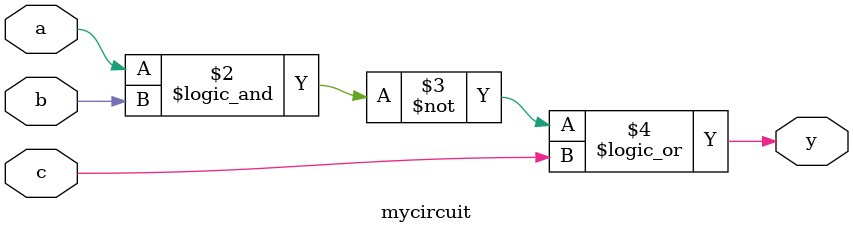
<source format=sv>
module mycircuit (
    input a, b, c,
    output logic y
);

always_comb begin : mylogic
    y = (~(a&&b)) || c;
end
    
endmodule
</source>
